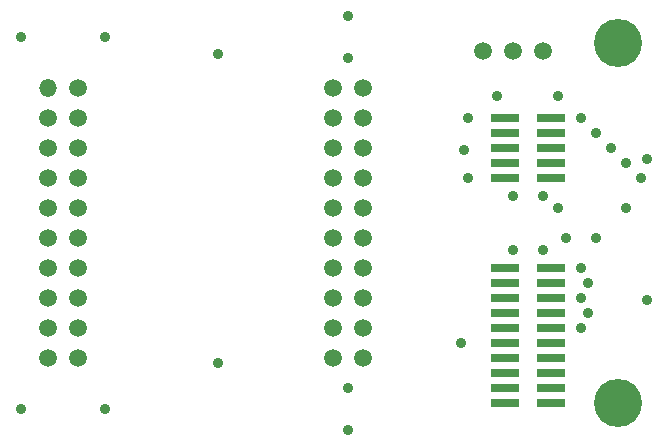
<source format=gts>
G04 (created by PCBNEW (2013-may-18)-stable) date Wed 29 Apr 2015 08:57:56 PM CEST*
%MOIN*%
G04 Gerber Fmt 3.4, Leading zero omitted, Abs format*
%FSLAX34Y34*%
G01*
G70*
G90*
G04 APERTURE LIST*
%ADD10C,0.00590551*%
%ADD11C,0.0590551*%
%ADD12R,0.0944882X0.0295276*%
%ADD13O,0.0590551X0.0590551*%
%ADD14C,0.16*%
%ADD15C,0.035*%
G04 APERTURE END LIST*
G54D10*
G54D11*
X42000Y-16250D03*
X41000Y-16250D03*
X40000Y-16250D03*
G54D12*
X40732Y-18500D03*
X42267Y-18500D03*
X40732Y-19000D03*
X42267Y-19000D03*
X40732Y-19500D03*
X42267Y-19500D03*
X40732Y-20000D03*
X42267Y-20000D03*
X40732Y-20500D03*
X42267Y-20500D03*
G54D11*
X35000Y-17500D03*
X36000Y-17500D03*
X35000Y-18500D03*
X36000Y-18500D03*
X35000Y-19500D03*
X36000Y-19500D03*
X35000Y-20500D03*
X36000Y-20500D03*
X35000Y-21500D03*
X36000Y-21500D03*
X35000Y-22500D03*
X36000Y-22500D03*
X35000Y-23500D03*
X36000Y-23500D03*
X35000Y-24500D03*
X36000Y-24500D03*
X35000Y-25500D03*
X36000Y-25500D03*
X35000Y-26500D03*
X36000Y-26500D03*
G54D13*
X25500Y-17500D03*
G54D11*
X26500Y-17500D03*
X25500Y-18500D03*
X26500Y-18500D03*
X25500Y-19500D03*
X26500Y-19500D03*
X25500Y-20500D03*
X26500Y-20500D03*
X25500Y-21500D03*
X26500Y-21500D03*
X25500Y-22500D03*
X26500Y-22500D03*
X25500Y-23500D03*
X26500Y-23500D03*
X25500Y-24500D03*
X26500Y-24500D03*
X25500Y-25500D03*
X26500Y-25500D03*
X25500Y-26500D03*
X26500Y-26500D03*
G54D12*
X40732Y-23500D03*
X42267Y-23500D03*
X40732Y-24000D03*
X42267Y-24000D03*
X40732Y-24500D03*
X42267Y-24500D03*
X40732Y-25000D03*
X42267Y-25000D03*
X40732Y-25500D03*
X42267Y-25500D03*
X40732Y-26000D03*
X42267Y-26000D03*
X40732Y-26500D03*
X42267Y-26500D03*
X40732Y-27000D03*
X42267Y-27000D03*
X40732Y-27500D03*
X42267Y-27500D03*
X40732Y-28000D03*
X42267Y-28000D03*
G54D14*
X44500Y-16000D03*
X44500Y-28000D03*
G54D15*
X31150Y-16350D03*
X31150Y-26650D03*
X45450Y-19850D03*
X45450Y-24550D03*
X41000Y-21100D03*
X41000Y-22900D03*
X42500Y-17750D03*
X39350Y-19550D03*
X40450Y-17750D03*
X42000Y-22900D03*
X42000Y-21100D03*
X35500Y-27500D03*
X35500Y-28900D03*
X35500Y-16500D03*
X35500Y-15100D03*
X24600Y-15800D03*
X27400Y-15800D03*
X39250Y-26000D03*
X24600Y-28200D03*
X27400Y-28200D03*
X39500Y-20500D03*
X45250Y-20500D03*
X43250Y-25500D03*
X43500Y-24000D03*
X43750Y-22500D03*
X42750Y-22500D03*
X43750Y-19000D03*
X43500Y-25000D03*
X44750Y-21500D03*
X42500Y-21500D03*
X44750Y-20000D03*
X43250Y-24500D03*
X44250Y-19500D03*
X43250Y-18500D03*
X43250Y-23500D03*
X39500Y-18500D03*
M02*

</source>
